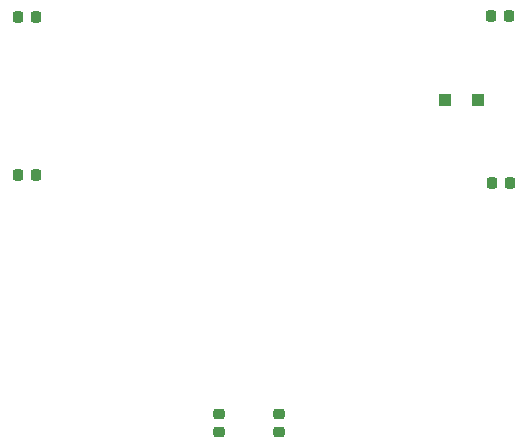
<source format=gbr>
%TF.GenerationSoftware,KiCad,Pcbnew,8.0.8-8.0.8-0~ubuntu24.04.1*%
%TF.CreationDate,2025-07-02T11:23:48+09:00*%
%TF.ProjectId,multicopter2,6d756c74-6963-46f7-9074-6572322e6b69,rev?*%
%TF.SameCoordinates,Original*%
%TF.FileFunction,Paste,Bot*%
%TF.FilePolarity,Positive*%
%FSLAX46Y46*%
G04 Gerber Fmt 4.6, Leading zero omitted, Abs format (unit mm)*
G04 Created by KiCad (PCBNEW 8.0.8-8.0.8-0~ubuntu24.04.1) date 2025-07-02 11:23:48*
%MOMM*%
%LPD*%
G01*
G04 APERTURE LIST*
G04 Aperture macros list*
%AMRoundRect*
0 Rectangle with rounded corners*
0 $1 Rounding radius*
0 $2 $3 $4 $5 $6 $7 $8 $9 X,Y pos of 4 corners*
0 Add a 4 corners polygon primitive as box body*
4,1,4,$2,$3,$4,$5,$6,$7,$8,$9,$2,$3,0*
0 Add four circle primitives for the rounded corners*
1,1,$1+$1,$2,$3*
1,1,$1+$1,$4,$5*
1,1,$1+$1,$6,$7*
1,1,$1+$1,$8,$9*
0 Add four rect primitives between the rounded corners*
20,1,$1+$1,$2,$3,$4,$5,0*
20,1,$1+$1,$4,$5,$6,$7,0*
20,1,$1+$1,$6,$7,$8,$9,0*
20,1,$1+$1,$8,$9,$2,$3,0*%
G04 Aperture macros list end*
%ADD10RoundRect,0.225000X0.225000X0.250000X-0.225000X0.250000X-0.225000X-0.250000X0.225000X-0.250000X0*%
%ADD11RoundRect,0.225000X0.250000X-0.225000X0.250000X0.225000X-0.250000X0.225000X-0.250000X-0.225000X0*%
%ADD12RoundRect,0.225000X-0.225000X-0.250000X0.225000X-0.250000X0.225000X0.250000X-0.225000X0.250000X0*%
%ADD13RoundRect,0.250000X-0.300000X-0.300000X0.300000X-0.300000X0.300000X0.300000X-0.300000X0.300000X0*%
G04 APERTURE END LIST*
D10*
%TO.C,C1*%
X122145000Y-92580000D03*
X120595000Y-92580000D03*
%TD*%
D11*
%TO.C,C3*%
X102670000Y-127815000D03*
X102670000Y-126265000D03*
%TD*%
D10*
%TO.C,C2*%
X122205000Y-106710000D03*
X120655000Y-106710000D03*
%TD*%
D11*
%TO.C,C4*%
X97580000Y-127812500D03*
X97580000Y-126262500D03*
%TD*%
D12*
%TO.C,C5*%
X80550000Y-106070000D03*
X82100000Y-106070000D03*
%TD*%
D13*
%TO.C,D9*%
X116730000Y-99700000D03*
X119530000Y-99700000D03*
%TD*%
D12*
%TO.C,C6*%
X80565000Y-92670000D03*
X82115000Y-92670000D03*
%TD*%
M02*

</source>
